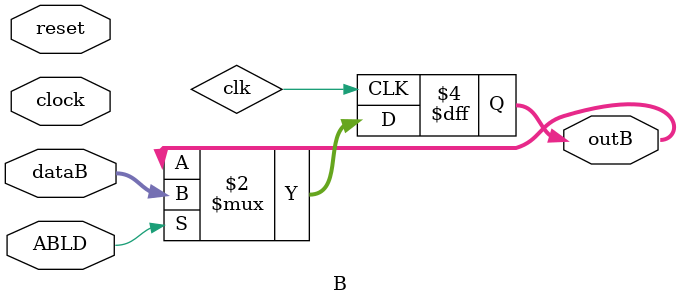
<source format=v>
module B(ABLD,dataB, clock, reset, outB);

    input wire [7:0] dataB;
    input wire ABLD;
    input wire clock;
    input wire reset;
    output reg [7:0] outB;

    always @(posedge clk) begin
        if (ABLD)
            outB <= dataB;
    end

endmodule
</source>
